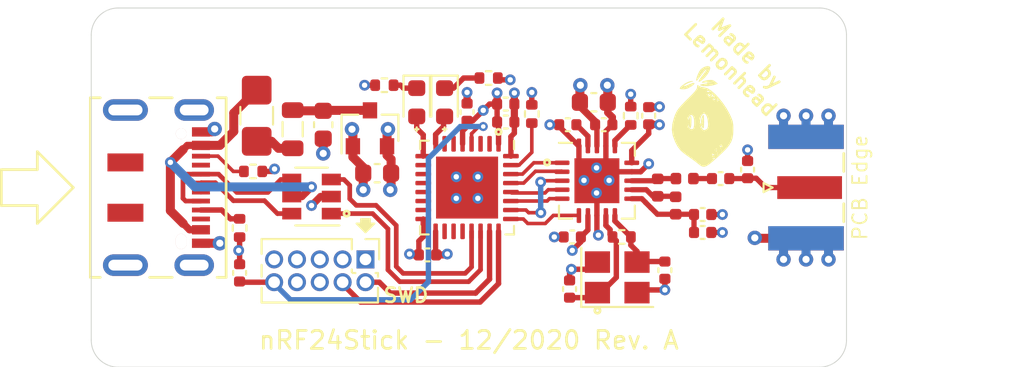
<source format=kicad_pcb>
(kicad_pcb (version 20171130) (host pcbnew "(5.1.8)-1")
  (layers (0 F.Cu signal) (1 In1.Cu power) (2 In2.Cu power) (31 B.Cu signal) (34 B.Paste user hide) (35 F.Paste user) (36 B.SilkS user) (37 F.SilkS user) (38 B.Mask user) (39 F.Mask user) (44 Edge.Cuts user))
  (net 0 "")
  (net 1 GND)
  (net 2 +3V3)
  (net 3 "Net-(C5-Pad1)")
  (net 4 /NRST)
  (net 5 "Net-(C16-Pad2)")
  (net 6 +5V)
  (net 7 "Net-(F1-Pad1)")
  (net 8 /SWCLK)
  (net 9 /SWDIO)
  (net 10 /USB_CONN_D+)
  (net 11 /USB_CONN_D-)
  (net 12 /LED_GR)
  (net 13 "Net-(LD1-Pad1)")
  (net 14 /LED_YE)
  (net 15 "Net-(LD2-Pad1)")
  (net 16 "Net-(R3-Pad1)")
  (net 17 /USB_D-)
  (net 18 /USB_D+)
  (net 19 /NRF_CE)
  (net 20 /NRF_CSN)
  (net 21 /SPI_MOSI)
  (net 22 /SPI_MISO)
  (net 23 /SPI_SCK)
  (net 24 /NRF_IRQ)
  (net 25 /DVDD)
  (net 26 /XC2)
  (net 27 /VDD_PA)
  (net 28 /XC1)
  (net 29 /ANT_OUT)
  (net 30 /ANT2)
  (net 31 /ANT1)
  (net 32 /IREF)
  (net 33 "Net-(J2-PadB5)")
  (net 34 "Net-(J2-PadA5)")
  (net 35 "Net-(J2-PadS1)")
  (module ak:lemonhead_small_silk (layer F.Cu) (at 143 111.5)
    (fp_text reference G*** hide)
    (fp_text value LOGO hide)
  )
  (module "ak:JLCPCB Tooling Hole" (layer F.Cu) (at 149.5 107)
    (fp_text reference H4 hide)
    (fp_text value MountingHole)
    (pad "" np_thru_hole circle (at 0 0) (size 1.152 1.152) (drill 1.152) (layers *.Cu *.Mask) (clearance 0.25))
  )
  (module "ak:JLCPCB Tooling Hole" (layer F.Cu) (at 149.5 124)
    (fp_text reference H3 hide)
    (fp_text value MountingHole)
    (pad "" np_thru_hole circle (at 0 0) (size 1.152 1.152) (drill 1.152) (layers *.Cu *.Mask) (clearance 0.25))
  )
  (module "ak:JLCPCB Tooling Hole" (layer F.Cu) (at 110.5 124)
    (fp_text reference H2 hide)
    (fp_text value MountingHole)
    (pad "" np_thru_hole circle (at 0 0) (size 1.152 1.152) (drill 1.152) (layers *.Cu *.Mask) (clearance 0.25))
  )
  (module "ak:JLCPCB Tooling Hole" (layer F.Cu) (at 110.5 107)
    (fp_text reference H1 hide)
    (fp_text value MountingHole)
    (pad "" np_thru_hole circle (at 0 0) (size 1.152 1.152) (drill 1.152) (layers *.Cu *.Mask) (clearance 0.25))
  )
  (module ak:SMA_Samtec_SMA-J-P-H-ST-EM1_EdgeMount (layer F.Cu) (at 148.75 115.5)
    (fp_text reference J3 hide)
    (fp_text value SMA)
    (fp_text user "PCB Edge" (at 3 0 90) (layer F.SilkS) (effects (font (size 0.8 0.8) (thickness 0.1))))
    (pad 2 smd rect (at 0 2.825 90) (size 1.35 4.2) (layers B.Cu B.Paste B.Mask) (net 1 GND))
    (pad 2 smd rect (at 0 -2.825 90) (size 1.35 4.2) (layers B.Cu B.Paste B.Mask) (net 1 GND))
    (pad 2 smd rect (at 0 2.825 90) (size 1.35 4.2) (layers F.Cu F.Paste F.Mask) (net 1 GND))
    (pad 2 smd rect (at 0 -2.825 90) (size 1.35 4.2) (layers F.Cu F.Paste F.Mask) (net 1 GND))
    (pad 1 smd rect (at 0.2 0 90) (size 1.27 3.6) (layers F.Cu F.Paste F.Mask) (net 29 /ANT_OUT))
  )
  (module ak:DX07S016JA3R1500 (layer F.Cu) (at 114 115.5 270)
    (fp_text reference J2 hide)
    (fp_text value USB_C_Receptacle_USB2.0)
    (pad S1 smd rect (at 1.4 3.1 270) (size 1 2) (layers F.Cu F.Paste F.Mask) (net 35 "Net-(J2-PadS1)"))
    (pad S1 smd rect (at -1.4 3.1 90) (size 1 2) (layers F.Cu F.Paste F.Mask) (net 35 "Net-(J2-PadS1)"))
    (pad S1 thru_hole oval (at -4.32 3.1 270) (size 1.2 2.5) (drill oval 0.6 1.9) (layers *.Cu *.Mask) (net 35 "Net-(J2-PadS1)"))
    (pad S1 thru_hole oval (at 4.32 3.1 90) (size 1.2 2.5) (drill oval 0.6 1.9) (layers *.Cu *.Mask) (net 35 "Net-(J2-PadS1)"))
    (pad "" np_thru_hole oval (at 3 0 270) (size 0.85 0.6) (drill oval 0.85 0.6) (layers *.Cu *.Mask B.SilkS))
    (pad "" np_thru_hole oval (at -3 0 270) (size 0.6 0.6) (drill oval 0.6) (layers *.Cu *.Mask B.SilkS))
    (pad S1 thru_hole oval (at 4.32 -0.725 90) (size 1.2 2.2) (drill oval 0.6 1.6) (layers *.Cu *.Mask) (net 35 "Net-(J2-PadS1)"))
    (pad S1 thru_hole oval (at -4.32 -0.725 90) (size 1.2 2.2) (drill oval 0.6 1.6) (layers *.Cu *.Mask) (net 35 "Net-(J2-PadS1)"))
    (pad A1 smd rect (at -3.1 -1.1 90) (size 0.52 1) (layers F.Cu F.Paste F.Mask) (net 1 GND))
    (pad A12 smd rect (at 3.1 -1.1 270) (size 0.52 1) (layers F.Cu F.Paste F.Mask) (net 1 GND))
    (pad A9 smd rect (at 2.35 -1.1 270) (size 0.52 1) (layers F.Cu F.Paste F.Mask) (net 6 +5V))
    (pad A4 smd rect (at -2.35 -1.1 90) (size 0.52 1) (layers F.Cu F.Paste F.Mask) (net 6 +5V))
    (pad A5 smd rect (at -1.75 -1.1 90) (size 0.27 1) (layers F.Cu F.Paste F.Mask) (net 34 "Net-(J2-PadA5)"))
    (pad A8 smd rect (at 1.75 -1.1 270) (size 0.27 1) (layers F.Cu F.Paste F.Mask))
    (pad B8 smd rect (at -1.25 -1.1 90) (size 0.27 1) (layers F.Cu F.Paste F.Mask))
    (pad B7 smd rect (at -0.75 -1.1 90) (size 0.27 1) (layers F.Cu F.Paste F.Mask) (net 11 /USB_CONN_D-))
    (pad A6 smd rect (at -0.25 -1.1 90) (size 0.27 1) (layers F.Cu F.Paste F.Mask) (net 10 /USB_CONN_D+))
    (pad B6 smd rect (at 0.25 -1.1 90) (size 0.27 1) (layers F.Cu F.Paste F.Mask) (net 10 /USB_CONN_D+))
    (pad A7 smd rect (at 0.75 -1.1 90) (size 0.27 1) (layers F.Cu F.Paste F.Mask) (net 11 /USB_CONN_D-))
    (pad B5 smd rect (at 1.25 -1.1 90) (size 0.27 1) (layers F.Cu F.Paste F.Mask) (net 33 "Net-(J2-PadB5)"))
  )
  (module Capacitor_SMD:C_0603_1608Metric (layer F.Cu) (at 124.9 114.7 180)
    (fp_text reference C6 hide)
    (fp_text value 10uF)
    (pad 2 smd roundrect (at 0.775 0 180) (size 0.9 0.95) (layers F.Cu F.Paste F.Mask) (net 1 GND))
    (pad 1 smd roundrect (at -0.775 0 180) (size 0.9 0.95) (layers F.Cu F.Paste F.Mask) (net 2 +3V3))
  )
  (module Resistor_SMD:R_0402_1005Metric (layer F.Cu) (at 133.5 111.4 90)
    (fp_text reference R3 hide)
    (fp_text value 22k)
    (pad 1 smd roundrect (at -0.51 0 90) (size 0.54 0.64) (layers F.Cu F.Paste F.Mask) (net 16 "Net-(R3-Pad1)"))
    (pad 2 smd roundrect (at 0.51 0 90) (size 0.54 0.64) (layers F.Cu F.Paste F.Mask) (net 1 GND))
  )
  (module Capacitor_SMD:C_0402_1005Metric (layer F.Cu) (at 132.05 110.85)
    (fp_text reference C1 hide)
    (fp_text value 1uF)
    (pad 1 smd roundrect (at -0.48 0) (size 0.56 0.62) (layers F.Cu F.Paste F.Mask) (net 2 +3V3))
    (pad 2 smd roundrect (at 0.48 0) (size 0.56 0.62) (layers F.Cu F.Paste F.Mask) (net 1 GND))
  )
  (module Capacitor_SMD:C_0402_1005Metric (layer F.Cu) (at 135.6 121.15 90)
    (fp_text reference C12 hide)
    (fp_text value 12pF)
    (pad 1 smd roundrect (at -0.48 0 90) (size 0.56 0.62) (layers F.Cu F.Paste F.Mask) (net 26 /XC2))
    (pad 2 smd roundrect (at 0.48 0 90) (size 0.56 0.62) (layers F.Cu F.Paste F.Mask) (net 1 GND))
  )
  (module Resistor_SMD:R_0402_1005Metric (layer F.Cu) (at 117.25 117.75 90)
    (fp_text reference R7 hide)
    (fp_text value 5k1)
    (pad 2 smd roundrect (at 0.51 0 90) (size 0.54 0.64) (layers F.Cu F.Paste F.Mask) (net 33 "Net-(J2-PadB5)"))
    (pad 1 smd roundrect (at -0.51 0 90) (size 0.54 0.64) (layers F.Cu F.Paste F.Mask) (net 1 GND))
  )
  (module Resistor_SMD:R_0402_1005Metric (layer F.Cu) (at 118 114.6 180)
    (fp_text reference R6 hide)
    (fp_text value 5k1)
    (pad 1 smd roundrect (at -0.51 0 180) (size 0.54 0.64) (layers F.Cu F.Paste F.Mask) (net 1 GND))
    (pad 2 smd roundrect (at 0.51 0 180) (size 0.54 0.64) (layers F.Cu F.Paste F.Mask) (net 34 "Net-(J2-PadA5)"))
  )
  (module Crystal:Crystal_SMD_3225-4Pin_3.2x2.5mm (layer F.Cu) (at 138.25 120.5)
    (fp_text reference Y1 hide)
    (fp_text value 16MHz)
    (pad 4 smd rect (at -1.1 -0.85) (size 1.4 1.2) (layers F.Cu F.Paste F.Mask) (net 1 GND))
    (pad 3 smd rect (at 1.1 -0.85) (size 1.4 1.2) (layers F.Cu F.Paste F.Mask) (net 28 /XC1))
    (pad 2 smd rect (at 1.1 0.85) (size 1.4 1.2) (layers F.Cu F.Paste F.Mask) (net 1 GND))
    (pad 1 smd rect (at -1.1 0.85) (size 1.4 1.2) (layers F.Cu F.Paste F.Mask) (net 26 /XC2))
  )
  (module Package_DFN_QFN:QFN-20-1EP_4x4mm_P0.5mm_EP2.5x2.5mm (layer F.Cu) (at 137.12 115.12)
    (fp_text reference U4 hide)
    (fp_text value nRF24L01P)
    (pad 1 smd roundrect (at -1.9375 -1) (size 0.825 0.25) (layers F.Cu F.Paste F.Mask) (net 19 /NRF_CE))
    (pad 2 smd roundrect (at -1.9375 -0.5) (size 0.825 0.25) (layers F.Cu F.Paste F.Mask) (net 20 /NRF_CSN))
    (pad 3 smd roundrect (at -1.9375 0) (size 0.825 0.25) (layers F.Cu F.Paste F.Mask) (net 23 /SPI_SCK))
    (pad 4 smd roundrect (at -1.9375 0.5) (size 0.825 0.25) (layers F.Cu F.Paste F.Mask) (net 21 /SPI_MOSI))
    (pad 5 smd roundrect (at -1.9375 1) (size 0.825 0.25) (layers F.Cu F.Paste F.Mask) (net 22 /SPI_MISO))
    (pad 6 smd roundrect (at -1 1.9375) (size 0.25 0.825) (layers F.Cu F.Paste F.Mask) (net 24 /NRF_IRQ))
    (pad 7 smd roundrect (at -0.5 1.9375) (size 0.25 0.825) (layers F.Cu F.Paste F.Mask) (net 2 +3V3))
    (pad 8 smd roundrect (at 0 1.9375) (size 0.25 0.825) (layers F.Cu F.Paste F.Mask) (net 1 GND))
    (pad 9 smd roundrect (at 0.5 1.9375) (size 0.25 0.825) (layers F.Cu F.Paste F.Mask) (net 26 /XC2))
    (pad 10 smd roundrect (at 1 1.9375) (size 0.25 0.825) (layers F.Cu F.Paste F.Mask) (net 28 /XC1))
    (pad 11 smd roundrect (at 1.9375 1) (size 0.825 0.25) (layers F.Cu F.Paste F.Mask) (net 27 /VDD_PA))
    (pad 12 smd roundrect (at 1.9375 0.5) (size 0.825 0.25) (layers F.Cu F.Paste F.Mask) (net 31 /ANT1))
    (pad 13 smd roundrect (at 1.9375 0) (size 0.825 0.25) (layers F.Cu F.Paste F.Mask) (net 30 /ANT2))
    (pad 14 smd roundrect (at 1.9375 -0.5) (size 0.825 0.25) (layers F.Cu F.Paste F.Mask) (net 1 GND))
    (pad 15 smd roundrect (at 1.9375 -1) (size 0.825 0.25) (layers F.Cu F.Paste F.Mask) (net 2 +3V3))
    (pad 16 smd roundrect (at 1 -1.9375) (size 0.25 0.825) (layers F.Cu F.Paste F.Mask) (net 32 /IREF))
    (pad 17 smd roundrect (at 0.5 -1.9375) (size 0.25 0.825) (layers F.Cu F.Paste F.Mask) (net 1 GND))
    (pad 18 smd roundrect (at 0 -1.9375) (size 0.25 0.825) (layers F.Cu F.Paste F.Mask) (net 2 +3V3))
    (pad 19 smd roundrect (at -0.5 -1.9375) (size 0.25 0.825) (layers F.Cu F.Paste F.Mask) (net 25 /DVDD))
    (pad 20 smd roundrect (at -1 -1.9375) (size 0.25 0.825) (layers F.Cu F.Paste F.Mask) (net 1 GND))
    (pad 21 smd rect (at 0 0) (size 2.5 2.5) (layers F.Cu F.Mask) (net 1 GND))
  )
  (module Package_DFN_QFN:QFN-32-1EP_5x5mm_P0.5mm_EP3.45x3.45mm (layer F.Cu) (at 129.9 115.5 270)
    (fp_text reference U3 hide)
    (fp_text value STM32L432KBUx)
    (pad 1 smd roundrect (at -2.4375 -1.75 270) (size 0.875 0.25) (layers F.Cu F.Paste F.Mask) (net 2 +3V3))
    (pad 2 smd roundrect (at -2.4375 -1.25 270) (size 0.875 0.25) (layers F.Cu F.Paste F.Mask))
    (pad 3 smd roundrect (at -2.4375 -0.75 270) (size 0.875 0.25) (layers F.Cu F.Paste F.Mask))
    (pad 4 smd roundrect (at -2.4375 -0.25 270) (size 0.875 0.25) (layers F.Cu F.Paste F.Mask) (net 4 /NRST))
    (pad 5 smd roundrect (at -2.4375 0.25 270) (size 0.875 0.25) (layers F.Cu F.Paste F.Mask) (net 2 +3V3))
    (pad 6 smd roundrect (at -2.4375 0.75 270) (size 0.875 0.25) (layers F.Cu F.Paste F.Mask))
    (pad 7 smd roundrect (at -2.4375 1.25 270) (size 0.875 0.25) (layers F.Cu F.Paste F.Mask))
    (pad 8 smd roundrect (at -2.4375 1.75 270) (size 0.875 0.25) (layers F.Cu F.Paste F.Mask) (net 14 /LED_YE))
    (pad 9 smd roundrect (at -1.75 2.4375 270) (size 0.25 0.875) (layers F.Cu F.Paste F.Mask) (net 12 /LED_GR))
    (pad 10 smd roundrect (at -1.25 2.4375 270) (size 0.25 0.875) (layers F.Cu F.Paste F.Mask))
    (pad 11 smd roundrect (at -0.75 2.4375 270) (size 0.25 0.875) (layers F.Cu F.Paste F.Mask))
    (pad 12 smd roundrect (at -0.25 2.4375 270) (size 0.25 0.875) (layers F.Cu F.Paste F.Mask))
    (pad 13 smd roundrect (at 0.25 2.4375 270) (size 0.25 0.875) (layers F.Cu F.Paste F.Mask))
    (pad 14 smd roundrect (at 0.75 2.4375 270) (size 0.25 0.875) (layers F.Cu F.Paste F.Mask))
    (pad 15 smd roundrect (at 1.25 2.4375 270) (size 0.25 0.875) (layers F.Cu F.Paste F.Mask))
    (pad 16 smd roundrect (at 1.75 2.4375 270) (size 0.25 0.875) (layers F.Cu F.Paste F.Mask) (net 1 GND))
    (pad 17 smd roundrect (at 2.4375 1.75 270) (size 0.875 0.25) (layers F.Cu F.Paste F.Mask) (net 2 +3V3))
    (pad 18 smd roundrect (at 2.4375 1.25 270) (size 0.875 0.25) (layers F.Cu F.Paste F.Mask))
    (pad 19 smd roundrect (at 2.4375 0.75 270) (size 0.875 0.25) (layers F.Cu F.Paste F.Mask))
    (pad 20 smd roundrect (at 2.4375 0.25 270) (size 0.875 0.25) (layers F.Cu F.Paste F.Mask))
    (pad 21 smd roundrect (at 2.4375 -0.25 270) (size 0.875 0.25) (layers F.Cu F.Paste F.Mask) (net 17 /USB_D-))
    (pad 22 smd roundrect (at 2.4375 -0.75 270) (size 0.875 0.25) (layers F.Cu F.Paste F.Mask) (net 18 /USB_D+))
    (pad 23 smd roundrect (at 2.4375 -1.25 270) (size 0.875 0.25) (layers F.Cu F.Paste F.Mask) (net 9 /SWDIO))
    (pad 24 smd roundrect (at 2.4375 -1.75 270) (size 0.875 0.25) (layers F.Cu F.Paste F.Mask) (net 8 /SWCLK))
    (pad 25 smd roundrect (at 1.75 -2.4375 270) (size 0.25 0.875) (layers F.Cu F.Paste F.Mask) (net 24 /NRF_IRQ))
    (pad 26 smd roundrect (at 1.25 -2.4375 270) (size 0.25 0.875) (layers F.Cu F.Paste F.Mask) (net 23 /SPI_SCK))
    (pad 27 smd roundrect (at 0.75 -2.4375 270) (size 0.25 0.875) (layers F.Cu F.Paste F.Mask) (net 22 /SPI_MISO))
    (pad 28 smd roundrect (at 0.25 -2.4375 270) (size 0.25 0.875) (layers F.Cu F.Paste F.Mask) (net 21 /SPI_MOSI))
    (pad 29 smd roundrect (at -0.25 -2.4375 270) (size 0.25 0.875) (layers F.Cu F.Paste F.Mask) (net 20 /NRF_CSN))
    (pad 30 smd roundrect (at -0.75 -2.4375 270) (size 0.25 0.875) (layers F.Cu F.Paste F.Mask) (net 19 /NRF_CE))
    (pad 31 smd roundrect (at -1.25 -2.4375 270) (size 0.25 0.875) (layers F.Cu F.Paste F.Mask) (net 16 "Net-(R3-Pad1)"))
    (pad 32 smd roundrect (at -1.75 -2.4375 270) (size 0.25 0.875) (layers F.Cu F.Paste F.Mask) (net 1 GND))
    (pad 33 smd rect (at 0 0 270) (size 3.45 3.45) (layers F.Cu F.Mask) (net 1 GND))
  )
  (module Package_TO_SOT_SMD:SOT-23-6 (layer F.Cu) (at 121.25 116 180)
    (fp_text reference U2 hide)
    (fp_text value USBLC6-2SC6)
    (pad 1 smd rect (at -1.1 -0.95 180) (size 1.06 0.65) (layers F.Cu F.Paste F.Mask) (net 18 /USB_D+))
    (pad 2 smd rect (at -1.1 0 180) (size 1.06 0.65) (layers F.Cu F.Paste F.Mask) (net 1 GND))
    (pad 3 smd rect (at -1.1 0.95 180) (size 1.06 0.65) (layers F.Cu F.Paste F.Mask) (net 17 /USB_D-))
    (pad 4 smd rect (at 1.1 0.95 180) (size 1.06 0.65) (layers F.Cu F.Paste F.Mask) (net 11 /USB_CONN_D-))
    (pad 6 smd rect (at 1.1 -0.95 180) (size 1.06 0.65) (layers F.Cu F.Paste F.Mask) (net 10 /USB_CONN_D+))
    (pad 5 smd rect (at 1.1 0 180) (size 1.06 0.65) (layers F.Cu F.Paste F.Mask) (net 6 +5V))
  )
  (module Package_TO_SOT_SMD:SOT-23 (layer F.Cu) (at 124.5 112.2 90)
    (fp_text reference U1 hide)
    (fp_text value XC6206P332MR)
    (pad 1 smd rect (at -1 -0.95 90) (size 0.9 0.8) (layers F.Cu F.Paste F.Mask) (net 1 GND))
    (pad 2 smd rect (at -1 0.95 90) (size 0.9 0.8) (layers F.Cu F.Paste F.Mask) (net 2 +3V3))
    (pad 3 smd rect (at 1 0 90) (size 0.9 0.8) (layers F.Cu F.Paste F.Mask) (net 3 "Net-(C5-Pad1)"))
  )
  (module Resistor_SMD:R_0402_1005Metric (layer F.Cu) (at 138.5 118.25 180)
    (fp_text reference R5 hide)
    (fp_text value 1M)
    (pad 2 smd roundrect (at 0.51 0 180) (size 0.54 0.64) (layers F.Cu F.Paste F.Mask) (net 26 /XC2))
    (pad 1 smd roundrect (at -0.51 0 180) (size 0.54 0.64) (layers F.Cu F.Paste F.Mask) (net 28 /XC1))
  )
  (module Resistor_SMD:R_0402_1005Metric (layer F.Cu) (at 139 111.5 90)
    (fp_text reference R4 hide)
    (fp_text value 22k)
    (pad 2 smd roundrect (at 0.51 0 90) (size 0.54 0.64) (layers F.Cu F.Paste F.Mask) (net 1 GND))
    (pad 1 smd roundrect (at -0.51 0 90) (size 0.54 0.64) (layers F.Cu F.Paste F.Mask) (net 32 /IREF))
  )
  (module Resistor_SMD:R_0402_1005Metric (layer F.Cu) (at 131.1 109.4)
    (fp_text reference R2 hide)
    (fp_text value 1k)
    (pad 2 smd roundrect (at 0.51 0) (size 0.54 0.64) (layers F.Cu F.Paste F.Mask) (net 1 GND))
    (pad 1 smd roundrect (at -0.51 0) (size 0.54 0.64) (layers F.Cu F.Paste F.Mask) (net 15 "Net-(LD2-Pad1)"))
  )
  (module Resistor_SMD:R_0402_1005Metric (layer F.Cu) (at 125.3 109.8 180)
    (fp_text reference R1 hide)
    (fp_text value 1k)
    (pad 1 smd roundrect (at -0.51 0 180) (size 0.54 0.64) (layers F.Cu F.Paste F.Mask) (net 13 "Net-(LD1-Pad1)"))
    (pad 2 smd roundrect (at 0.51 0 180) (size 0.54 0.64) (layers F.Cu F.Paste F.Mask) (net 1 GND))
  )
  (module LED_SMD:LED_0603_1608Metric (layer F.Cu) (at 128.65 110.75 270)
    (fp_text reference LD2 hide)
    (fp_text value YE)
    (pad 1 smd roundrect (at -0.7875 0 270) (size 0.875 0.95) (layers F.Cu F.Paste F.Mask) (net 15 "Net-(LD2-Pad1)"))
    (pad 2 smd roundrect (at 0.7875 0 270) (size 0.875 0.95) (layers F.Cu F.Paste F.Mask) (net 14 /LED_YE))
  )
  (module LED_SMD:LED_0603_1608Metric (layer F.Cu) (at 127.1 110.75 270)
    (fp_text reference LD1 hide)
    (fp_text value GR)
    (pad 1 smd roundrect (at -0.7875 0 270) (size 0.875 0.95) (layers F.Cu F.Paste F.Mask) (net 13 "Net-(LD1-Pad1)"))
    (pad 2 smd roundrect (at 0.7875 0 270) (size 0.875 0.95) (layers F.Cu F.Paste F.Mask) (net 12 /LED_GR))
  )
  (module Inductor_SMD:L_0402_1005Metric (layer F.Cu) (at 142 115 180)
    (fp_text reference L3 hide)
    (fp_text value 3.9nH)
    (pad 2 smd roundrect (at 0.485 0 180) (size 0.59 0.64) (layers F.Cu F.Paste F.Mask) (net 30 /ANT2))
    (pad 1 smd roundrect (at -0.485 0 180) (size 0.59 0.64) (layers F.Cu F.Paste F.Mask) (net 5 "Net-(C16-Pad2)"))
  )
  (module Inductor_SMD:L_0402_1005Metric (layer F.Cu) (at 141.5 116.5 270)
    (fp_text reference L2 hide)
    (fp_text value 2.7nH)
    (pad 2 smd roundrect (at 0.485 0 270) (size 0.59 0.64) (layers F.Cu F.Paste F.Mask) (net 27 /VDD_PA))
    (pad 1 smd roundrect (at -0.485 0 270) (size 0.59 0.64) (layers F.Cu F.Paste F.Mask) (net 31 /ANT1))
  )
  (module Inductor_SMD:L_0402_1005Metric (layer F.Cu) (at 140.5 115.5 90)
    (fp_text reference L1 hide)
    (fp_text value 8.2nH)
    (pad 2 smd roundrect (at 0.485 0 90) (size 0.59 0.64) (layers F.Cu F.Paste F.Mask) (net 30 /ANT2))
    (pad 1 smd roundrect (at -0.485 0 90) (size 0.59 0.64) (layers F.Cu F.Paste F.Mask) (net 31 /ANT1))
  )
  (module Connector_PinHeader_1.27mm:PinHeader_2x05_P1.27mm_Vertical (layer F.Cu) (at 124.25 119.5 270)
    (fp_text reference J1 hide)
    (fp_text value SWD)
    (pad 10 thru_hole oval (at 1.27 5.08 270) (size 1 1) (drill 0.65) (layers *.Cu *.Mask) (net 4 /NRST))
    (pad 9 thru_hole oval (at 0 5.08 270) (size 1 1) (drill 0.65) (layers *.Cu *.Mask) (net 1 GND))
    (pad 8 thru_hole oval (at 1.27 3.81 270) (size 1 1) (drill 0.65) (layers *.Cu *.Mask))
    (pad 7 thru_hole oval (at 0 3.81 270) (size 1 1) (drill 0.65) (layers *.Cu *.Mask))
    (pad 6 thru_hole oval (at 1.27 2.54 270) (size 1 1) (drill 0.65) (layers *.Cu *.Mask))
    (pad 5 thru_hole oval (at 0 2.54 270) (size 1 1) (drill 0.65) (layers *.Cu *.Mask) (net 1 GND))
    (pad 4 thru_hole oval (at 1.27 1.27 270) (size 1 1) (drill 0.65) (layers *.Cu *.Mask) (net 8 /SWCLK))
    (pad 3 thru_hole oval (at 0 1.27 270) (size 1 1) (drill 0.65) (layers *.Cu *.Mask) (net 1 GND))
    (pad 2 thru_hole oval (at 1.27 0 270) (size 1 1) (drill 0.65) (layers *.Cu *.Mask) (net 9 /SWDIO))
    (pad 1 thru_hole rect (at 0 0 270) (size 1 1) (drill 0.65) (layers *.Cu *.Mask) (net 2 +3V3))
  )
  (module Inductor_SMD:L_0805_2012Metric (layer F.Cu) (at 120.2 112.25 270)
    (fp_text reference FB1 hide)
    (fp_text value "100R @ 100MHz")
    (pad 2 smd roundrect (at 1.0625 0 270) (size 0.875 1.2) (layers F.Cu F.Paste F.Mask) (net 7 "Net-(F1-Pad1)"))
    (pad 1 smd roundrect (at -1.0625 0 270) (size 0.875 1.2) (layers F.Cu F.Paste F.Mask) (net 3 "Net-(C5-Pad1)"))
  )
  (module Fuse:Fuse_1206_3216Metric_Castellated (layer F.Cu) (at 118.2 111.5 90)
    (fp_text reference F1 hide)
    (fp_text value 100mA)
    (pad 1 smd roundrect (at -1.425 0 90) (size 1.6 1.65) (layers F.Cu F.Paste F.Mask) (roundrect_rratio 0.15625) (net 7 "Net-(F1-Pad1)"))
    (pad 2 smd roundrect (at 1.425 0 90) (size 1.6 1.65) (layers F.Cu F.Paste F.Mask) (roundrect_rratio 0.15625) (net 6 +5V))
  )
  (module Capacitor_SMD:C_0603_1608Metric (layer F.Cu) (at 136.95 110.75)
    (fp_text reference C18 hide)
    (fp_text value 10uF)
    (pad 2 smd roundrect (at 0.775 0) (size 0.9 0.95) (layers F.Cu F.Paste F.Mask) (net 1 GND))
    (pad 1 smd roundrect (at -0.775 0) (size 0.9 0.95) (layers F.Cu F.Paste F.Mask) (net 2 +3V3))
  )
  (module Capacitor_SMD:C_0402_1005Metric (layer F.Cu) (at 145.5 114.5 270)
    (fp_text reference C17 hide)
    (fp_text value 1.0pF)
    (pad 2 smd roundrect (at 0.48 0 270) (size 0.56 0.62) (layers F.Cu F.Paste F.Mask) (net 29 /ANT_OUT))
    (pad 1 smd roundrect (at -0.48 0 270) (size 0.56 0.62) (layers F.Cu F.Paste F.Mask) (net 1 GND))
  )
  (module Capacitor_SMD:C_0402_1005Metric (layer F.Cu) (at 144 115 180)
    (fp_text reference C16 hide)
    (fp_text value 1.5pF)
    (pad 2 smd roundrect (at 0.48 0 180) (size 0.56 0.62) (layers F.Cu F.Paste F.Mask) (net 5 "Net-(C16-Pad2)"))
    (pad 1 smd roundrect (at -0.48 0 180) (size 0.56 0.62) (layers F.Cu F.Paste F.Mask) (net 29 /ANT_OUT))
  )
  (module Capacitor_SMD:C_0402_1005Metric (layer F.Cu) (at 143 118)
    (fp_text reference C15 hide)
    (fp_text value 4.7pF)
    (pad 2 smd roundrect (at 0.48 0) (size 0.56 0.62) (layers F.Cu F.Paste F.Mask) (net 1 GND))
    (pad 1 smd roundrect (at -0.48 0) (size 0.56 0.62) (layers F.Cu F.Paste F.Mask) (net 27 /VDD_PA))
  )
  (module Capacitor_SMD:C_0402_1005Metric (layer F.Cu) (at 140.9 120.1 270)
    (fp_text reference C14 hide)
    (fp_text value 12pF)
    (pad 1 smd roundrect (at -0.48 0 270) (size 0.56 0.62) (layers F.Cu F.Paste F.Mask) (net 28 /XC1))
    (pad 2 smd roundrect (at 0.48 0 270) (size 0.56 0.62) (layers F.Cu F.Paste F.Mask) (net 1 GND))
  )
  (module Capacitor_SMD:C_0402_1005Metric (layer F.Cu) (at 143 117)
    (fp_text reference C13 hide)
    (fp_text value 2.2nF)
    (pad 2 smd roundrect (at 0.48 0) (size 0.56 0.62) (layers F.Cu F.Paste F.Mask) (net 1 GND))
    (pad 1 smd roundrect (at -0.48 0) (size 0.56 0.62) (layers F.Cu F.Paste F.Mask) (net 27 /VDD_PA))
  )
  (module Capacitor_SMD:C_0402_1005Metric (layer F.Cu) (at 140 111.5 270)
    (fp_text reference C11 hide)
    (fp_text value 1nF)
    (pad 2 smd roundrect (at 0.48 0 270) (size 0.56 0.62) (layers F.Cu F.Paste F.Mask) (net 2 +3V3))
    (pad 1 smd roundrect (at -0.48 0 270) (size 0.56 0.62) (layers F.Cu F.Paste F.Mask) (net 1 GND))
  )
  (module Capacitor_SMD:C_0402_1005Metric (layer F.Cu) (at 135.5 112)
    (fp_text reference C10 hide)
    (fp_text value 33nF)
    (pad 2 smd roundrect (at 0.48 0) (size 0.56 0.62) (layers F.Cu F.Paste F.Mask) (net 25 /DVDD))
    (pad 1 smd roundrect (at -0.48 0) (size 0.56 0.62) (layers F.Cu F.Paste F.Mask) (net 1 GND))
  )
  (module Capacitor_SMD:C_0402_1005Metric (layer F.Cu) (at 137.5 112 180)
    (fp_text reference C9 hide)
    (fp_text value 10nF)
    (pad 2 smd roundrect (at 0.48 0 180) (size 0.56 0.62) (layers F.Cu F.Paste F.Mask) (net 2 +3V3))
    (pad 1 smd roundrect (at -0.48 0 180) (size 0.56 0.62) (layers F.Cu F.Paste F.Mask) (net 1 GND))
  )
  (module Capacitor_SMD:C_0402_1005Metric (layer F.Cu) (at 135.75 118.25)
    (fp_text reference C8 hide)
    (fp_text value 10nF)
    (pad 2 smd roundrect (at 0.48 0) (size 0.56 0.62) (layers F.Cu F.Paste F.Mask) (net 2 +3V3))
    (pad 1 smd roundrect (at -0.48 0) (size 0.56 0.62) (layers F.Cu F.Paste F.Mask) (net 1 GND))
  )
  (module Capacitor_SMD:C_0402_1005Metric (layer F.Cu) (at 117.25 120.25 270)
    (fp_text reference C7 hide)
    (fp_text value 100nF)
    (pad 2 smd roundrect (at 0.48 0 270) (size 0.56 0.62) (layers F.Cu F.Paste F.Mask) (net 4 /NRST))
    (pad 1 smd roundrect (at -0.48 0 270) (size 0.56 0.62) (layers F.Cu F.Paste F.Mask) (net 1 GND))
  )
  (module Capacitor_SMD:C_0603_1608Metric (layer F.Cu) (at 121.9 112 270)
    (fp_text reference C5 hide)
    (fp_text value 10uF)
    (pad 1 smd roundrect (at -0.775 0 270) (size 0.9 0.95) (layers F.Cu F.Paste F.Mask) (net 3 "Net-(C5-Pad1)"))
    (pad 2 smd roundrect (at 0.775 0 270) (size 0.9 0.95) (layers F.Cu F.Paste F.Mask) (net 1 GND))
  )
  (module Capacitor_SMD:C_0402_1005Metric (layer F.Cu) (at 132.05 111.85)
    (fp_text reference C4 hide)
    (fp_text value 100nF)
    (pad 1 smd roundrect (at -0.48 0) (size 0.56 0.62) (layers F.Cu F.Paste F.Mask) (net 2 +3V3))
    (pad 2 smd roundrect (at 0.48 0) (size 0.56 0.62) (layers F.Cu F.Paste F.Mask) (net 1 GND))
  )
  (module Capacitor_SMD:C_0402_1005Metric (layer F.Cu) (at 127.7 119.25 180)
    (fp_text reference C3 hide)
    (fp_text value 100nF)
    (pad 1 smd roundrect (at -0.48 0 180) (size 0.56 0.62) (layers F.Cu F.Paste F.Mask) (net 2 +3V3))
    (pad 2 smd roundrect (at 0.48 0 180) (size 0.56 0.62) (layers F.Cu F.Paste F.Mask) (net 1 GND))
  )
  (module Capacitor_SMD:C_0402_1005Metric (layer F.Cu) (at 129.9 111.3 90)
    (fp_text reference C2 hide)
    (fp_text value 100nF)
    (pad 1 smd roundrect (at -0.48 0 90) (size 0.56 0.62) (layers F.Cu F.Paste F.Mask) (net 2 +3V3))
    (pad 2 smd roundrect (at 0.48 0 90) (size 0.56 0.62) (layers F.Cu F.Paste F.Mask) (net 1 GND))
  )
  (gr_text "nRF24Stick - 12/2020 Rev. A" (at 130 124) (layer F.SilkS) (effects (font (size 1 1))))
  (gr_arc (start 110.5 124) (end 109 124) (angle -90) (layer Edge.Cuts) (width 0.05))
  (gr_arc (start 110.5 107) (end 110.5 105.5) (angle -90) (layer Edge.Cuts) (width 0.05))
  (gr_arc (start 149.5 107) (end 151 107) (angle -90) (layer Edge.Cuts) (width 0.05))
  (gr_arc (start 149.5 124) (end 149.5 125.5) (angle -90) (layer Edge.Cuts) (width 0.05))
  (gr_text "Made by\nLemonhead" (at 145 108.5 315) (layer F.SilkS) (effects (font (size 0.8 0.8))))
  (gr_text SWD (at 126.5 121.5) (layer F.SilkS) (effects (font (size 0.8 0.8))))
  (gr_poly (pts (xy 124.5 117.5) (xy 124.75 117.5) (xy 124.25 118) (xy 123.75 117.5) (xy 124 117.5) (xy 124 117.25) (xy 124.5 117.25)) (layer F.SilkS) (width 0.1))
  (gr_line (start 128.55 112.25) (end 128.75 112.25) (layer F.SilkS) (width 0.12))
  (gr_line (start 128.65 112.15) (end 128.65 112.35) (layer F.SilkS) (width 0.12))
  (gr_line (start 127 112.25) (end 127.2 112.25) (layer F.SilkS) (width 0.12))
  (gr_line (start 127.1 112.15) (end 127.1 112.35) (layer F.SilkS) (width 0.12))
  (gr_circle (center 137.15 122.35) (end 137.2 122.4) (layer F.SilkS) (width 0.15))
  (gr_circle (center 123.2 116.95) (end 123.25 117) (layer F.SilkS) (width 0.15))
  (gr_circle (center 134.35 114.1) (end 134.4 114.15) (layer F.SilkS) (width 0.15))
  (gr_circle (center 131.65 112.4) (end 131.7 112.45) (layer F.SilkS) (width 0.15))
  (gr_line (start 149.5 125.5) (end 110.5 125.5) (layer Edge.Cuts) (width 0.05))
  (gr_line (start 151 107) (end 151 124) (layer Edge.Cuts) (width 0.05))
  (gr_line (start 110.5 105.5) (end 149.5 105.5) (layer Edge.Cuts) (width 0.05))
  (gr_line (start 109 124) (end 109 107) (layer Edge.Cuts) (width 0.05))
  (via (at 137.1 114.4) (size 0.6) (drill 0.3) (layers F.Cu B.Cu) (net 1))
  (via (at 137.1 115.8) (size 0.6) (drill 0.3) (layers F.Cu B.Cu) (net 1))
  (via (at 137.8 115.1) (size 0.6) (drill 0.3) (layers F.Cu B.Cu) (net 1))
  (via (at 136.4 115.1) (size 0.6) (drill 0.3) (layers F.Cu B.Cu) (net 1))
  (via (at 129.3 116.1) (size 0.6) (drill 0.3) (layers F.Cu B.Cu) (net 1))
  (via (at 130.5 116.1) (size 0.6) (drill 0.3) (layers F.Cu B.Cu) (net 1))
  (via (at 130.5 114.9) (size 0.6) (drill 0.3) (layers F.Cu B.Cu) (net 1))
  (segment (start 148.75 112.675) (end 148.75 111.5) (width 0.5) (layer F.Cu) (net 1))
  (via (at 150 111.5) (size 0.8) (drill 0.4) (layers F.Cu B.Cu) (net 1))
  (via (at 148.75 111.5) (size 0.8) (drill 0.4) (layers F.Cu B.Cu) (net 1))
  (via (at 147.5 111.5) (size 0.8) (drill 0.4) (layers F.Cu B.Cu) (net 1))
  (segment (start 150 112.675) (end 150 111.5) (width 0.5) (layer F.Cu) (net 1))
  (segment (start 147.5 112.675) (end 147.5 111.5) (width 0.5) (layer F.Cu) (net 1))
  (segment (start 148.75 112.675) (end 150 112.675) (width 0.5) (layer F.Cu) (net 1))
  (segment (start 148.75 112.675) (end 147.5 112.675) (width 0.5) (layer F.Cu) (net 1))
  (segment (start 127.4625 117.25) (end 127.4625 118.2375) (width 0.3) (layer F.Cu) (net 1))
  (segment (start 127.22 118.48) (end 127.22 119.25) (width 0.3) (layer F.Cu) (net 1))
  (segment (start 127.4625 118.2375) (end 127.22 118.48) (width 0.3) (layer F.Cu) (net 1))
  (segment (start 132.53 111.85) (end 132.53 110.85) (width 0.4) (layer F.Cu) (net 1))
  (segment (start 132.53 112.47) (end 132.53 111.95) (width 0.3) (layer F.Cu) (net 1))
  (segment (start 132.3375 112.6625) (end 132.53 112.47) (width 0.3) (layer F.Cu) (net 1))
  (segment (start 132.53 111.95) (end 132.63 111.85) (width 0.3) (layer F.Cu) (net 1))
  (segment (start 132.3375 113.75) (end 132.3375 112.6625) (width 0.3) (layer F.Cu) (net 1))
  (via (at 129.9 110.199992) (size 0.6) (drill 0.3) (layers F.Cu B.Cu) (net 1))
  (segment (start 129.9 110.82) (end 129.9 110.199992) (width 0.4) (layer F.Cu) (net 1))
  (via (at 132.30003 109.5) (size 0.6) (drill 0.3) (layers F.Cu B.Cu) (net 1))
  (segment (start 131.61 109.5) (end 132.30003 109.5) (width 0.3) (layer F.Cu) (net 1))
  (via (at 124.2 109.8) (size 0.6) (drill 0.3) (layers F.Cu B.Cu) (net 1))
  (segment (start 124.79 109.8) (end 124.2 109.8) (width 0.3) (layer F.Cu) (net 1))
  (via (at 117.2 119) (size 0.6) (drill 0.3) (layers F.Cu B.Cu) (net 1))
  (segment (start 117.25 119.05) (end 117.2 119) (width 0.3) (layer F.Cu) (net 1))
  (segment (start 117.25 119.77) (end 117.25 119.05) (width 0.3) (layer F.Cu) (net 1))
  (segment (start 117.25 118.95) (end 117.2 119) (width 0.3) (layer F.Cu) (net 1))
  (segment (start 117.25 118.26) (end 117.25 118.95) (width 0.3) (layer F.Cu) (net 1))
  (via (at 121.25 116.5) (size 0.6) (drill 0.3) (layers F.Cu B.Cu) (net 1))
  (segment (start 121.75 116) (end 121.25 116.5) (width 0.4) (layer F.Cu) (net 1))
  (segment (start 122.35 116) (end 121.75 116) (width 0.4) (layer F.Cu) (net 1))
  (via (at 116.149997 118.600007) (size 0.8) (drill 0.4) (layers F.Cu B.Cu) (net 1))
  (segment (start 115.1 118.6) (end 116.14999 118.6) (width 0.5) (layer F.Cu) (net 1))
  (segment (start 116.14999 118.6) (end 116.149997 118.600007) (width 0.5) (layer F.Cu) (net 1))
  (via (at 115.862618 112.235285) (size 0.8) (drill 0.4) (layers F.Cu B.Cu) (net 1))
  (segment (start 115.1 112.4) (end 115.697903 112.4) (width 0.5) (layer F.Cu) (net 1))
  (segment (start 115.697903 112.4) (end 115.862618 112.235285) (width 0.5) (layer F.Cu) (net 1))
  (segment (start 137.62 112.36) (end 137.98 112) (width 0.3) (layer F.Cu) (net 1))
  (segment (start 137.62 113.1825) (end 137.62 112.36) (width 0.3) (layer F.Cu) (net 1))
  (via (at 134.5 112) (size 0.6) (drill 0.3) (layers F.Cu B.Cu) (net 1))
  (segment (start 135.02 112) (end 134.5 112) (width 0.3) (layer F.Cu) (net 1))
  (segment (start 137.12 118.06902) (end 137.201483 118.150503) (width 0.3) (layer F.Cu) (net 1))
  (via (at 137.201483 118.150503) (size 0.6) (drill 0.3) (layers F.Cu B.Cu) (net 1))
  (segment (start 137.12 117.0575) (end 137.12 118.06902) (width 0.3) (layer F.Cu) (net 1))
  (via (at 134.75 118.25) (size 0.6) (drill 0.3) (layers F.Cu B.Cu) (net 1))
  (segment (start 135.27 118.25) (end 134.75 118.25) (width 0.3) (layer F.Cu) (net 1))
  (segment (start 124.125 114.7) (end 124.125 114.375) (width 0.5) (layer F.Cu) (net 1))
  (segment (start 123.55 113.8) (end 123.55 113.2) (width 0.5) (layer F.Cu) (net 1))
  (segment (start 124.125 114.375) (end 123.55 113.8) (width 0.5) (layer F.Cu) (net 1))
  (via (at 123.5 112.25) (size 0.8) (drill 0.4) (layers F.Cu B.Cu) (net 1))
  (segment (start 123.55 112.3) (end 123.5 112.25) (width 0.5) (layer F.Cu) (net 1))
  (segment (start 123.55 113.2) (end 123.55 112.3) (width 0.5) (layer F.Cu) (net 1))
  (via (at 121.899976 113.600024) (size 0.8) (drill 0.4) (layers F.Cu B.Cu) (net 1))
  (segment (start 121.9 112.775) (end 121.9 113.6) (width 0.5) (layer F.Cu) (net 1))
  (segment (start 121.9 113.6) (end 121.899976 113.600024) (width 0.5) (layer F.Cu) (net 1))
  (via (at 124.125013 115.625013) (size 0.8) (drill 0.4) (layers F.Cu B.Cu) (net 1))
  (segment (start 124.125 114.7) (end 124.125 115.625) (width 0.5) (layer F.Cu) (net 1))
  (segment (start 124.125 115.625) (end 124.125013 115.625013) (width 0.5) (layer F.Cu) (net 1))
  (via (at 140.900002 121.200002) (size 0.6) (drill 0.3) (layers F.Cu B.Cu) (net 1))
  (segment (start 140.9 120.58) (end 140.9 121.2) (width 0.3) (layer F.Cu) (net 1))
  (segment (start 140.9 121.2) (end 140.900002 121.200002) (width 0.3) (layer F.Cu) (net 1))
  (via (at 135.7 120.05) (size 0.6) (drill 0.3) (layers F.Cu B.Cu) (net 1))
  (segment (start 135.6 120.67) (end 135.6 120.15) (width 0.3) (layer F.Cu) (net 1))
  (segment (start 135.6 120.15) (end 135.7 120.05) (width 0.3) (layer F.Cu) (net 1))
  (segment (start 139.5 121.2) (end 140.9 121.2) (width 0.3) (layer F.Cu) (net 1))
  (segment (start 139.35 121.35) (end 139.5 121.2) (width 0.3) (layer F.Cu) (net 1))
  (segment (start 143.48 117) (end 144.1 117) (width 0.293) (layer F.Cu) (net 1))
  (via (at 144.1 117) (size 0.6) (drill 0.3) (layers F.Cu B.Cu) (net 1))
  (via (at 144.1 118) (size 0.6) (drill 0.3) (layers F.Cu B.Cu) (net 1))
  (segment (start 143.48 118) (end 144.1 118) (width 0.293) (layer F.Cu) (net 1))
  (via (at 145.5 113.4) (size 0.6) (drill 0.3) (layers F.Cu B.Cu) (net 1))
  (segment (start 145.5 114.02) (end 145.5 113.4) (width 0.293) (layer F.Cu) (net 1))
  (via (at 148.75 119.5) (size 0.8) (drill 0.4) (layers F.Cu B.Cu) (net 1))
  (segment (start 148.75 118.325) (end 148.75 119.5) (width 0.5) (layer F.Cu) (net 1))
  (via (at 147.5 119.5) (size 0.8) (drill 0.4) (layers F.Cu B.Cu) (net 1))
  (via (at 150 119.5) (size 0.8) (drill 0.4) (layers F.Cu B.Cu) (net 1))
  (segment (start 147.5 118.325) (end 147.5 119.5) (width 0.5) (layer F.Cu) (net 1))
  (segment (start 148.75 118.325) (end 147.5 118.325) (width 0.5) (layer F.Cu) (net 1))
  (segment (start 150 118.325) (end 150 119.5) (width 0.5) (layer F.Cu) (net 1))
  (segment (start 148.75 118.325) (end 150 118.325) (width 0.5) (layer F.Cu) (net 1))
  (via (at 119.192788 114.465209) (size 0.6) (drill 0.3) (layers F.Cu B.Cu) (net 1))
  (segment (start 118.51 114.6) (end 119.057997 114.6) (width 0.3) (layer F.Cu) (net 1))
  (segment (start 119.057997 114.6) (end 119.192788 114.465209) (width 0.3) (layer F.Cu) (net 1))
  (via (at 139 110.299978) (size 0.6) (drill 0.3) (layers F.Cu B.Cu) (net 1))
  (segment (start 139 110.99) (end 139 110.299978) (width 0.3) (layer F.Cu) (net 1))
  (via (at 140.599998 111) (size 0.6) (drill 0.3) (layers F.Cu B.Cu) (net 1))
  (segment (start 140 111.02) (end 140.579998 111.02) (width 0.4) (layer F.Cu) (net 1))
  (segment (start 140.579998 111.02) (end 140.599998 111) (width 0.4) (layer F.Cu) (net 1))
  (segment (start 137.725 109.825) (end 137.7 109.8) (width 0.5) (layer F.Cu) (net 1))
  (segment (start 137.725 110.75) (end 137.725 109.825) (width 0.5) (layer F.Cu) (net 1))
  (via (at 137.7 109.8) (size 0.8) (drill 0.4) (layers F.Cu B.Cu) (net 1))
  (via (at 126.699994 119.199994) (size 0.6) (drill 0.3) (layers F.Cu B.Cu) (net 1))
  (segment (start 126.75 119.25) (end 126.699994 119.199994) (width 0.4) (layer F.Cu) (net 1))
  (segment (start 127.22 119.25) (end 126.75 119.25) (width 0.4) (layer F.Cu) (net 1))
  (via (at 129.3 114.9) (size 0.6) (drill 0.3) (layers F.Cu B.Cu) (net 1))
  (segment (start 135.02 112.095) (end 135.02 112) (width 0.3) (layer F.Cu) (net 1))
  (segment (start 136.1075 113.1825) (end 135.02 112.095) (width 0.3) (layer F.Cu) (net 1))
  (segment (start 136.12 113.1825) (end 136.1075 113.1825) (width 0.3) (layer F.Cu) (net 1))
  (segment (start 137.98 112) (end 137.98 111.58) (width 0.4) (layer F.Cu) (net 1))
  (segment (start 137.98 111.58) (end 137.725 111.325) (width 0.4) (layer F.Cu) (net 1))
  (segment (start 137.725 111.325) (end 137.725 110.75) (width 0.4) (layer F.Cu) (net 1))
  (segment (start 148.75 111.5) (end 148.75 112.675) (width 0.5) (layer B.Cu) (net 1))
  (segment (start 147.5 112.675) (end 148.75 112.675) (width 0.5) (layer B.Cu) (net 1))
  (segment (start 147.5 111.5) (end 147.5 112.675) (width 0.5) (layer B.Cu) (net 1))
  (segment (start 150 112.675) (end 148.75 112.675) (width 0.5) (layer B.Cu) (net 1))
  (segment (start 150 111.5) (end 150 112.675) (width 0.5) (layer B.Cu) (net 1))
  (segment (start 148.75 119.5) (end 148.75 118.325) (width 0.5) (layer B.Cu) (net 1))
  (segment (start 147.5 118.325) (end 148.75 118.325) (width 0.5) (layer B.Cu) (net 1))
  (segment (start 147.5 119.5) (end 147.5 118.325) (width 0.5) (layer B.Cu) (net 1))
  (segment (start 150 118.325) (end 148.75 118.325) (width 0.5) (layer B.Cu) (net 1))
  (segment (start 150 119.5) (end 150 118.325) (width 0.5) (layer B.Cu) (net 1))
  (via (at 132.530027 110.230027) (size 0.6) (drill 0.3) (layers F.Cu B.Cu) (net 1))
  (segment (start 132.53 110.85) (end 132.53 110.230054) (width 0.4) (layer F.Cu) (net 1))
  (segment (start 132.53 110.230054) (end 132.530027 110.230027) (width 0.4) (layer F.Cu) (net 1))
  (via (at 133.5 110.19998) (size 0.6) (drill 0.3) (layers F.Cu B.Cu) (net 1))
  (segment (start 133.5 110.89) (end 133.5 110.19998) (width 0.3) (layer F.Cu) (net 1))
  (segment (start 139.0575 114.62) (end 137.62 114.62) (width 0.3) (layer F.Cu) (net 1))
  (segment (start 137.62 114.62) (end 137.12 115.12) (width 0.3) (layer F.Cu) (net 1))
  (segment (start 137.62 113.1825) (end 137.62 114.62) (width 0.3) (layer F.Cu) (net 1))
  (segment (start 137.12 117.0575) (end 137.12 115.12) (width 0.3) (layer F.Cu) (net 1))
  (segment (start 136.12 114.12) (end 137.12 115.12) (width 0.3) (layer F.Cu) (net 1))
  (segment (start 136.12 113.1825) (end 136.12 114.12) (width 0.3) (layer F.Cu) (net 1))
  (via (at 140 114.173428) (size 0.6) (drill 0.3) (layers F.Cu B.Cu) (net 1))
  (segment (start 139.0575 114.62) (end 139.553428 114.62) (width 0.3) (layer F.Cu) (net 1))
  (segment (start 139.553428 114.62) (end 140 114.173428) (width 0.3) (layer F.Cu) (net 1))
  (segment (start 136.75 120.05) (end 135.7 120.05) (width 0.3) (layer F.Cu) (net 1))
  (segment (start 137.15 119.65) (end 136.75 120.05) (width 0.3) (layer F.Cu) (net 1))
  (via (at 145.9 118.3) (size 0.8) (drill 0.4) (layers F.Cu B.Cu) (net 1))
  (segment (start 148.75 118.325) (end 145.925 118.325) (width 0.5) (layer F.Cu) (net 1))
  (segment (start 145.925 118.325) (end 145.9 118.3) (width 0.5) (layer F.Cu) (net 1))
  (segment (start 128.15 119.22) (end 128.18 119.25) (width 0.3) (layer F.Cu) (net 2))
  (segment (start 128.15 117.9375) (end 128.15 119.22) (width 0.3) (layer F.Cu) (net 2))
  (segment (start 129.8 111.88) (end 129.9 111.78) (width 0.3) (layer F.Cu) (net 2))
  (segment (start 129.8 112.2) (end 129.8 111.88) (width 0.3) (layer F.Cu) (net 2))
  (segment (start 129.65 112.35) (end 129.8 112.2) (width 0.3) (layer F.Cu) (net 2))
  (segment (start 129.65 113.0625) (end 129.65 112.35) (width 0.3) (layer F.Cu) (net 2))
  (segment (start 131.55 111.87) (end 131.57 111.85) (width 0.3) (layer F.Cu) (net 2))
  (segment (start 131.57 111.85) (end 131.57 110.85) (width 0.3) (layer F.Cu) (net 2))
  (segment (start 131.65 113.0625) (end 131.65 111.87) (width 0.3) (layer F.Cu) (net 2))
  (via (at 130.8 111.2) (size 0.6) (drill 0.3) (layers F.Cu B.Cu) (net 2))
  (segment (start 131.15 110.85) (end 130.8 111.2) (width 0.3) (layer F.Cu) (net 2))
  (segment (start 131.67 110.85) (end 131.15 110.85) (width 0.3) (layer F.Cu) (net 2))
  (segment (start 137.12 112.1) (end 137.02 112) (width 0.3) (layer F.Cu) (net 2))
  (segment (start 137.12 113.1825) (end 137.12 112.1) (width 0.3) (layer F.Cu) (net 2))
  (segment (start 136.1875 110.75) (end 136.175 110.75) (width 0.4) (layer F.Cu) (net 2))
  (segment (start 136.62 117.86) (end 136.23 118.25) (width 0.3) (layer F.Cu) (net 2))
  (segment (start 136.62 117.0575) (end 136.62 117.86) (width 0.3) (layer F.Cu) (net 2))
  (segment (start 125.675 114.7) (end 125.675 113.925) (width 0.5) (layer F.Cu) (net 2))
  (segment (start 125.45 113.7) (end 125.45 113.2) (width 0.5) (layer F.Cu) (net 2))
  (segment (start 125.675 113.925) (end 125.45 113.7) (width 0.5) (layer F.Cu) (net 2))
  (segment (start 125.45 112.3) (end 125.5 112.25) (width 0.5) (layer F.Cu) (net 2))
  (via (at 125.5 112.25) (size 0.8) (drill 0.4) (layers F.Cu B.Cu) (net 2))
  (segment (start 125.45 113.2) (end 125.45 112.3) (width 0.5) (layer F.Cu) (net 2))
  (via (at 125.625001 115.625001) (size 0.8) (drill 0.4) (layers F.Cu B.Cu) (net 2))
  (segment (start 125.675 114.7) (end 125.675 115.575002) (width 0.5) (layer F.Cu) (net 2))
  (segment (start 125.675 115.575002) (end 125.625001 115.625001) (width 0.5) (layer F.Cu) (net 2))
  (via (at 135.75 119) (size 0.6) (drill 0.3) (layers F.Cu B.Cu) (net 2))
  (segment (start 136.23 118.25) (end 136.23 118.52) (width 0.3) (layer F.Cu) (net 2))
  (segment (start 136.23 118.52) (end 135.75 119) (width 0.3) (layer F.Cu) (net 2))
  (via (at 140.6 112) (size 0.6) (drill 0.3) (layers F.Cu B.Cu) (net 2))
  (segment (start 140 111.98) (end 140.58 111.98) (width 0.4) (layer F.Cu) (net 2))
  (segment (start 140.58 111.98) (end 140.6 112) (width 0.4) (layer F.Cu) (net 2))
  (segment (start 139.0575 114.12) (end 139.0575 113.4425) (width 0.3) (layer F.Cu) (net 2))
  (segment (start 140 112.5) (end 140 111.98) (width 0.3) (layer F.Cu) (net 2))
  (segment (start 139.0575 113.4425) (end 140 112.5) (width 0.3) (layer F.Cu) (net 2))
  (via (at 136.2 109.8) (size 0.8) (drill 0.4) (layers F.Cu B.Cu) (net 2))
  (segment (start 136.175 110.75) (end 136.175 109.825) (width 0.5) (layer F.Cu) (net 2))
  (segment (start 136.175 109.825) (end 136.2 109.8) (width 0.5) (layer F.Cu) (net 2))
  (via (at 128.8 119.2) (size 0.6) (drill 0.3) (layers F.Cu B.Cu) (net 2))
  (segment (start 128.18 119.25) (end 128.75 119.25) (width 0.4) (layer F.Cu) (net 2))
  (segment (start 128.75 119.25) (end 128.8 119.2) (width 0.4) (layer F.Cu) (net 2))
  (segment (start 136.175 110.975) (end 136.175 110.75) (width 0.4) (layer F.Cu) (net 2))
  (segment (start 137.02 111.82) (end 136.175 110.975) (width 0.4) (layer F.Cu) (net 2))
  (segment (start 137.02 112) (end 137.02 111.82) (width 0.4) (layer F.Cu) (net 2))
  (via (at 131.569976 110.23) (size 0.6) (drill 0.3) (layers F.Cu B.Cu) (net 2))
  (segment (start 131.57 110.85) (end 131.57 110.230024) (width 0.4) (layer F.Cu) (net 2))
  (segment (start 131.57 110.230024) (end 131.569976 110.23) (width 0.4) (layer F.Cu) (net 2))
  (segment (start 129.9 111.78) (end 130.22 111.78) (width 0.3) (layer F.Cu) (net 2))
  (segment (start 130.22 111.78) (end 130.8 111.2) (width 0.3) (layer F.Cu) (net 2))
  (segment (start 121.925 111.2) (end 121.9 111.225) (width 0.5) (layer F.Cu) (net 3))
  (segment (start 124.5 111.2) (end 121.925 111.2) (width 0.5) (layer F.Cu) (net 3))
  (segment (start 120.2375 111.225) (end 120.2 111.1875) (width 0.5) (layer F.Cu) (net 3))
  (segment (start 121.9 111.225) (end 120.2375 111.225) (width 0.5) (layer F.Cu) (net 3))
  (segment (start 130.546447 112.1) (end 130.8 112.1) (width 0.2) (layer F.Cu) (net 4))
  (via (at 130.8 112.1) (size 0.5) (drill 0.25) (layers F.Cu B.Cu) (net 4))
  (segment (start 130.15 112.496447) (end 130.546447 112.1) (width 0.2) (layer F.Cu) (net 4))
  (segment (start 130.15 113.0625) (end 130.15 112.496447) (width 0.2) (layer F.Cu) (net 4))
  (segment (start 117.29 120.77) (end 117.25 120.73) (width 0.3) (layer F.Cu) (net 4))
  (segment (start 119.17 120.77) (end 117.29 120.77) (width 0.3) (layer F.Cu) (net 4))
  (segment (start 129.525 112.1) (end 130.8 112.1) (width 0.3) (layer B.Cu) (net 4))
  (segment (start 127.75 113.875) (end 129.525 112.1) (width 0.3) (layer B.Cu) (net 4))
  (segment (start 127.75 120.75) (end 127.75 113.875) (width 0.3) (layer B.Cu) (net 4))
  (segment (start 126.75 121.75) (end 127.75 120.75) (width 0.3) (layer B.Cu) (net 4))
  (segment (start 120.075 121.75) (end 126.75 121.75) (width 0.3) (layer B.Cu) (net 4))
  (segment (start 119.17 120.845) (end 120.075 121.75) (width 0.3) (layer B.Cu) (net 4))
  (segment (start 119.17 120.77) (end 119.17 120.845) (width 0.3) (layer B.Cu) (net 4))
  (segment (start 142.485 115) (end 143.52 115) (width 0.293) (layer F.Cu) (net 5))
  (segment (start 116.92499 111.35001) (end 118.2 110.075) (width 0.5) (layer F.Cu) (net 6))
  (segment (start 116.92499 112.37501) (end 116.92499 111.35001) (width 0.5) (layer F.Cu) (net 6))
  (segment (start 115.1 113.15) (end 116.15 113.15) (width 0.5) (layer F.Cu) (net 6))
  (segment (start 114.464963 117.85) (end 114.114963 117.5) (width 0.4) (layer F.Cu) (net 6))
  (segment (start 115.1 117.85) (end 114.464963 117.85) (width 0.4) (layer F.Cu) (net 6))
  (segment (start 113.4 114.094998) (end 114.114963 113.380035) (width 0.5) (layer F.Cu) (net 6))
  (segment (start 113.4 116.785037) (end 113.4 114.094998) (width 0.5) (layer F.Cu) (net 6))
  (segment (start 114.114963 117.5) (end 113.4 116.785037) (width 0.5) (layer F.Cu) (net 6))
  (segment (start 114.344998 113.15) (end 115.1 113.15) (width 0.4) (layer F.Cu) (net 6))
  (segment (start 114.114963 113.380035) (end 114.344998 113.15) (width 0.4) (layer F.Cu) (net 6))
  (via (at 121.25 115.463972) (size 0.6) (drill 0.3) (layers F.Cu B.Cu) (net 6))
  (segment (start 120.713972 116) (end 120.950001 115.763971) (width 0.4) (layer F.Cu) (net 6))
  (segment (start 120.15 116) (end 120.713972 116) (width 0.4) (layer F.Cu) (net 6))
  (segment (start 120.950001 115.763971) (end 121.25 115.463972) (width 0.4) (layer F.Cu) (net 6))
  (segment (start 116.15 113.15) (end 116.92499 112.37501) (width 0.5) (layer F.Cu) (net 6))
  (segment (start 114.768974 115.463972) (end 113.4 114.094998) (width 0.5) (layer B.Cu) (net 6))
  (via (at 113.4 114.094998) (size 0.6) (drill 0.3) (layers F.Cu B.Cu) (net 6))
  (segment (start 121.25 115.463972) (end 114.768974 115.463972) (width 0.5) (layer B.Cu) (net 6))
  (segment (start 120.2 113.3125) (end 119.4125 113.3125) (width 0.5) (layer F.Cu) (net 7))
  (segment (start 119.025 112.925) (end 118.2 112.925) (width 0.5) (layer F.Cu) (net 7))
  (segment (start 119.4125 113.3125) (end 119.025 112.925) (width 0.5) (layer F.Cu) (net 7))
  (segment (start 122.98 120.875) (end 122.98 120.77) (width 0.3) (layer F.Cu) (net 8))
  (segment (start 130.624991 121.875009) (end 123.980009 121.875009) (width 0.3) (layer F.Cu) (net 8))
  (segment (start 131.65 120.85) (end 130.624991 121.875009) (width 0.3) (layer F.Cu) (net 8))
  (segment (start 123.980009 121.875009) (end 122.98 120.875) (width 0.3) (layer F.Cu) (net 8))
  (segment (start 131.65 117.9375) (end 131.65 120.85) (width 0.3) (layer F.Cu) (net 8))
  (segment (start 131.15 120.6) (end 130.375001 121.374999) (width 0.3) (layer F.Cu) (net 9))
  (segment (start 130.375001 121.374999) (end 130.35 121.374999) (width 0.3) (layer F.Cu) (net 9))
  (segment (start 131.15 120.6) (end 131.15 117.9375) (width 0.3) (layer F.Cu) (net 9))
  (segment (start 125.02 120.77) (end 124.25 120.77) (width 0.3) (layer F.Cu) (net 9))
  (segment (start 125.624999 121.374999) (end 125.02 120.77) (width 0.3) (layer F.Cu) (net 9))
  (segment (start 130.375001 121.374999) (end 125.624999 121.374999) (width 0.3) (layer F.Cu) (net 9))
  (segment (start 119.354999 116.95) (end 120.15 116.95) (width 0.261) (layer F.Cu) (net 10))
  (segment (start 118.635499 116.2305) (end 119.354999 116.95) (width 0.261) (layer F.Cu) (net 10))
  (segment (start 116.904522 116.2305) (end 118.635499 116.2305) (width 0.261) (layer F.Cu) (net 10))
  (segment (start 115.904522 115.2305) (end 116.904522 116.2305) (width 0.261) (layer F.Cu) (net 10))
  (segment (start 115.1195 115.2305) (end 115.904522 115.2305) (width 0.261) (layer F.Cu) (net 10))
  (segment (start 115.1 115.25) (end 115.1195 115.2305) (width 0.261) (layer F.Cu) (net 10))
  (segment (start 115.1 115.25) (end 115.1 115.75) (width 0.261) (layer F.Cu) (net 10))
  (segment (start 114.307 114.75) (end 115.1 114.75) (width 0.261) (layer F.Cu) (net 11))
  (segment (start 114.1 114.957) (end 114.307 114.75) (width 0.261) (layer F.Cu) (net 11))
  (segment (start 114.1 116.1) (end 114.1 114.957) (width 0.261) (layer F.Cu) (net 11))
  (segment (start 114.25 116.25) (end 114.1 116.1) (width 0.261) (layer F.Cu) (net 11))
  (segment (start 115.1 116.25) (end 114.25 116.25) (width 0.261) (layer F.Cu) (net 11))
  (segment (start 117.095478 115.7695) (end 118.821641 115.7695) (width 0.261) (layer F.Cu) (net 11))
  (segment (start 116.075978 114.75) (end 117.095478 115.7695) (width 0.261) (layer F.Cu) (net 11))
  (segment (start 115.1 114.75) (end 116.075978 114.75) (width 0.261) (layer F.Cu) (net 11))
  (segment (start 118.821641 115.7695) (end 119.541141 115.05) (width 0.261) (layer F.Cu) (net 11))
  (segment (start 119.541141 115.05) (end 120.15 115.05) (width 0.261) (layer F.Cu) (net 11))
  (segment (start 127.4625 113.75) (end 127.4625 112.5625) (width 0.3) (layer F.Cu) (net 12))
  (segment (start 127.1 112.2) (end 127.1 111.5375) (width 0.3) (layer F.Cu) (net 12))
  (segment (start 127.4625 112.5625) (end 127.1 112.2) (width 0.3) (layer F.Cu) (net 12))
  (segment (start 127.1 109.9625) (end 126.3625 109.9625) (width 0.3) (layer F.Cu) (net 13))
  (segment (start 126.2 109.8) (end 125.81 109.8) (width 0.3) (layer F.Cu) (net 13))
  (segment (start 126.3625 109.9625) (end 126.2 109.8) (width 0.3) (layer F.Cu) (net 13))
  (segment (start 128.15 112.541622) (end 128.591622 112.1) (width 0.3) (layer F.Cu) (net 14))
  (segment (start 128.15 113.0625) (end 128.15 112.541622) (width 0.3) (layer F.Cu) (net 14))
  (segment (start 128.591622 111.595878) (end 128.65 111.5375) (width 0.3) (layer F.Cu) (net 14))
  (segment (start 128.591622 112.1) (end 128.591622 111.595878) (width 0.3) (layer F.Cu) (net 14))
  (segment (start 129.14375 109.9625) (end 128.65 109.9625) (width 0.3) (layer F.Cu) (net 15))
  (segment (start 129.70625 109.4) (end 129.14375 109.9625) (width 0.3) (layer F.Cu) (net 15))
  (segment (start 130.59 109.4) (end 129.70625 109.4) (width 0.3) (layer F.Cu) (net 15))
  (segment (start 133.5 113.537668) (end 133.5 111.91) (width 0.2) (layer F.Cu) (net 16))
  (segment (start 132.787668 114.25) (end 133.5 113.537668) (width 0.2) (layer F.Cu) (net 16))
  (segment (start 132.3375 114.25) (end 132.787668 114.25) (width 0.2) (layer F.Cu) (net 16))
  (segment (start 123.375 115.375) (end 123.05 115.05) (width 0.261) (layer F.Cu) (net 17))
  (segment (start 125.961011 117.609043) (end 124.840958 116.48899) (width 0.261) (layer F.Cu) (net 17))
  (segment (start 123.05 115.05) (end 122.35 115.05) (width 0.261) (layer F.Cu) (net 17))
  (segment (start 123.73899 116.48899) (end 123.375 116.125) (width 0.261) (layer F.Cu) (net 17))
  (segment (start 125.961011 119.894155) (end 125.961011 117.609043) (width 0.261) (layer F.Cu) (net 17))
  (segment (start 124.840958 116.48899) (end 123.73899 116.48899) (width 0.261) (layer F.Cu) (net 17))
  (segment (start 126.345323 120.278467) (end 125.961011 119.894155) (width 0.261) (layer F.Cu) (net 17))
  (segment (start 123.375 116.125) (end 123.375 115.375) (width 0.261) (layer F.Cu) (net 17))
  (segment (start 129.795543 120.278467) (end 126.345323 120.278467) (width 0.261) (layer F.Cu) (net 17))
  (segment (start 130.15 119.92401) (end 129.795543 120.278467) (width 0.261) (layer F.Cu) (net 17))
  (segment (start 130.15 117.9375) (end 130.15 119.92401) (width 0.261) (layer F.Cu) (net 17))
  (segment (start 122.35 116.95) (end 124.65 116.95) (width 0.261) (layer F.Cu) (net 18))
  (segment (start 124.65 116.95) (end 125.5 117.8) (width 0.261) (layer F.Cu) (net 18))
  (segment (start 125.5 117.8) (end 125.5 120.085112) (width 0.261) (layer F.Cu) (net 18))
  (segment (start 125.5 120.085112) (end 126.154366 120.739478) (width 0.261) (layer F.Cu) (net 18))
  (segment (start 126.154366 120.739478) (end 129.9865 120.739478) (width 0.261) (layer F.Cu) (net 18))
  (segment (start 129.9865 120.739478) (end 130.65 120.075978) (width 0.261) (layer F.Cu) (net 18))
  (segment (start 130.65 120.075978) (end 130.65 117.9375) (width 0.261) (layer F.Cu) (net 18))
  (segment (start 132.3375 114.75) (end 132.982075 114.75) (width 0.2) (layer F.Cu) (net 19))
  (segment (start 132.982075 114.75) (end 133.612075 114.12) (width 0.2) (layer F.Cu) (net 19))
  (segment (start 133.612075 114.12) (end 135.1825 114.12) (width 0.2) (layer F.Cu) (net 19))
  (segment (start 133.70494 114.592835) (end 135.155335 114.592835) (width 0.2) (layer F.Cu) (net 20))
  (segment (start 133.047775 115.25) (end 133.70494 114.592835) (width 0.2) (layer F.Cu) (net 20))
  (segment (start 135.155335 114.592835) (end 135.1825 114.62) (width 0.2) (layer F.Cu) (net 20))
  (segment (start 132.3375 115.25) (end 133.047775 115.25) (width 0.2) (layer F.Cu) (net 20))
  (segment (start 134.234298 115.800002) (end 134.4143 115.62) (width 0.2) (layer F.Cu) (net 21))
  (segment (start 134.4143 115.62) (end 135.1825 115.62) (width 0.2) (layer F.Cu) (net 21))
  (segment (start 132.387502 115.800002) (end 134.234298 115.800002) (width 0.2) (layer F.Cu) (net 21))
  (segment (start 132.3375 115.75) (end 132.387502 115.800002) (width 0.2) (layer F.Cu) (net 21))
  (segment (start 135.1825 116.12) (end 134.48 116.12) (width 0.2) (layer F.Cu) (net 22))
  (segment (start 134.48 116.12) (end 134.35 116.25) (width 0.2) (layer F.Cu) (net 22))
  (segment (start 134.35 116.25) (end 132.3375 116.25) (width 0.2) (layer F.Cu) (net 22))
  (via (at 134 116.9) (size 0.6) (drill 0.3) (layers F.Cu B.Cu) (net 23))
  (segment (start 133.992941 115.192836) (end 133.992941 116.892941) (width 0.3) (layer B.Cu) (net 23))
  (segment (start 133.992941 116.892941) (end 134 116.9) (width 0.3) (layer B.Cu) (net 23))
  (via (at 133.992941 115.192836) (size 0.6) (drill 0.3) (layers F.Cu B.Cu) (net 23))
  (segment (start 134.065777 115.12) (end 133.992941 115.192836) (width 0.2) (layer F.Cu) (net 23))
  (segment (start 135.1825 115.12) (end 134.065777 115.12) (width 0.2) (layer F.Cu) (net 23))
  (segment (start 132.3375 116.75) (end 133.175 116.75) (width 0.2) (layer F.Cu) (net 23))
  (segment (start 133.175 116.75) (end 133.325 116.9) (width 0.2) (layer F.Cu) (net 23))
  (segment (start 133.325 116.9) (end 134 116.9) (width 0.2) (layer F.Cu) (net 23))
  (segment (start 136.1125 117.05) (end 136.12 117.0575) (width 0.2) (layer F.Cu) (net 24))
  (segment (start 134.7 117.05) (end 136.1125 117.05) (width 0.2) (layer F.Cu) (net 24))
  (segment (start 134.25 117.5) (end 134.7 117.05) (width 0.2) (layer F.Cu) (net 24))
  (segment (start 133.025 117.25) (end 133.275 117.5) (width 0.2) (layer F.Cu) (net 24))
  (segment (start 133.275 117.5) (end 134.25 117.5) (width 0.2) (layer F.Cu) (net 24))
  (segment (start 132.3375 117.25) (end 133.025 117.25) (width 0.2) (layer F.Cu) (net 24))
  (segment (start 136.62 112.64) (end 135.98 112) (width 0.3) (layer F.Cu) (net 25))
  (segment (start 136.62 113.1825) (end 136.62 112.64) (width 0.3) (layer F.Cu) (net 25))
  (segment (start 138.200001 118.460001) (end 138.200001 120.499999) (width 0.3) (layer F.Cu) (net 26))
  (segment (start 137.99 118.25) (end 138.200001 118.460001) (width 0.3) (layer F.Cu) (net 26))
  (segment (start 137.35 121.35) (end 137.15 121.35) (width 0.3) (layer F.Cu) (net 26))
  (segment (start 138.200001 120.499999) (end 137.35 121.35) (width 0.3) (layer F.Cu) (net 26))
  (segment (start 136.87 121.63) (end 137.15 121.35) (width 0.3) (layer F.Cu) (net 26))
  (segment (start 135.6 121.63) (end 136.87 121.63) (width 0.3) (layer F.Cu) (net 26))
  (segment (start 137.62 117.0575) (end 137.62 117.607018) (width 0.3) (layer F.Cu) (net 26))
  (segment (start 137.851484 117.838502) (end 137.851484 118.111484) (width 0.3) (layer F.Cu) (net 26))
  (segment (start 137.851484 118.111484) (end 137.99 118.25) (width 0.3) (layer F.Cu) (net 26))
  (segment (start 137.62 117.607018) (end 137.851484 117.838502) (width 0.3) (layer F.Cu) (net 26))
  (segment (start 142.505 116.985) (end 142.52 117) (width 0.293) (layer F.Cu) (net 27))
  (segment (start 141.5 116.985) (end 142.505 116.985) (width 0.293) (layer F.Cu) (net 27))
  (segment (start 142.52 117) (end 142.52 118) (width 0.293) (layer F.Cu) (net 27))
  (segment (start 140.12651 116.62651) (end 140.485 116.985) (width 0.293) (layer F.Cu) (net 27))
  (segment (start 140.485 116.985) (end 141.5 116.985) (width 0.293) (layer F.Cu) (net 27))
  (segment (start 140.122872 116.62651) (end 140.12651 116.62651) (width 0.293) (layer F.Cu) (net 27))
  (segment (start 139.83349 116.337128) (end 140.122872 116.62651) (width 0.293) (layer F.Cu) (net 27))
  (segment (start 139.83349 116.33349) (end 139.83349 116.337128) (width 0.293) (layer F.Cu) (net 27))
  (segment (start 139.62 116.12) (end 139.83349 116.33349) (width 0.293) (layer F.Cu) (net 27))
  (segment (start 139.0575 116.12) (end 139.62 116.12) (width 0.293) (layer F.Cu) (net 27))
  (segment (start 139.38 119.62) (end 139.35 119.65) (width 0.3) (layer F.Cu) (net 28))
  (segment (start 140.9 119.62) (end 139.38 119.62) (width 0.3) (layer F.Cu) (net 28))
  (segment (start 139.01 118.25) (end 139.01 118.71) (width 0.3) (layer F.Cu) (net 28))
  (segment (start 139.35 119.05) (end 139.35 119.65) (width 0.3) (layer F.Cu) (net 28))
  (segment (start 139.01 118.71) (end 139.35 119.05) (width 0.3) (layer F.Cu) (net 28))
  (segment (start 138.12 117.0575) (end 138.12 117.36) (width 0.3) (layer F.Cu) (net 28))
  (segment (start 138.12 117.36) (end 139.01 118.25) (width 0.3) (layer F.Cu) (net 28))
  (segment (start 145.48 115) (end 145.5 114.98) (width 0.293) (layer F.Cu) (net 29))
  (segment (start 144.48 115) (end 145.48 115) (width 0.293) (layer F.Cu) (net 29))
  (segment (start 146.5 115.5) (end 148.95 115.5) (width 0.293) (layer F.Cu) (net 29))
  (segment (start 145.98 114.98) (end 146.5 115.5) (width 0.293) (layer F.Cu) (net 29))
  (segment (start 145.5 114.98) (end 145.98 114.98) (width 0.293) (layer F.Cu) (net 29))
  (segment (start 141.515 115) (end 140.515 115) (width 0.293) (layer F.Cu) (net 30))
  (segment (start 140.395 115.12) (end 140.5 115.015) (width 0.293) (layer F.Cu) (net 30))
  (segment (start 139.0575 115.12) (end 140.395 115.12) (width 0.293) (layer F.Cu) (net 30))
  (segment (start 141.47 115.985) (end 141.5 116.015) (width 0.293) (layer F.Cu) (net 31))
  (segment (start 140.5 115.985) (end 141.47 115.985) (width 0.293) (layer F.Cu) (net 31))
  (segment (start 139.0575 115.62) (end 139.87 115.62) (width 0.293) (layer F.Cu) (net 31))
  (segment (start 140.235 115.985) (end 140.5 115.985) (width 0.293) (layer F.Cu) (net 31))
  (segment (start 139.87 115.62) (end 140.235 115.985) (width 0.293) (layer F.Cu) (net 31))
  (segment (start 138.12 112.88) (end 138.12 113.1825) (width 0.3) (layer F.Cu) (net 32))
  (segment (start 138.99 112.01) (end 138.12 112.88) (width 0.3) (layer F.Cu) (net 32))
  (segment (start 139 112.01) (end 138.99 112.01) (width 0.3) (layer F.Cu) (net 32))
  (segment (start 116.25 116.75) (end 116.74 117.24) (width 0.3) (layer F.Cu) (net 33))
  (segment (start 115.1 116.75) (end 116.25 116.75) (width 0.3) (layer F.Cu) (net 33))
  (segment (start 117.25 117.24) (end 116.74 117.24) (width 0.3) (layer F.Cu) (net 33))
  (segment (start 116.05 113.75) (end 115.1 113.75) (width 0.2) (layer F.Cu) (net 34))
  (segment (start 117.49 114.6) (end 116.9 114.6) (width 0.2) (layer F.Cu) (net 34))
  (segment (start 116.9 114.6) (end 116.05 113.75) (width 0.2) (layer F.Cu) (net 34))
)
</source>
